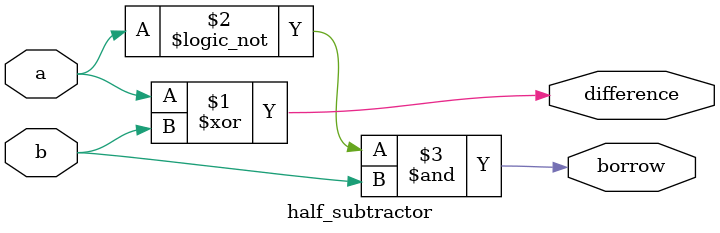
<source format=v>
module half_subtractor( a,b,difference,borrow);
  input a;
  input b;
  output difference;
  output borrow;
  assign difference = a^b;
  assign borrow = (!a)&b;
endmodule

</source>
